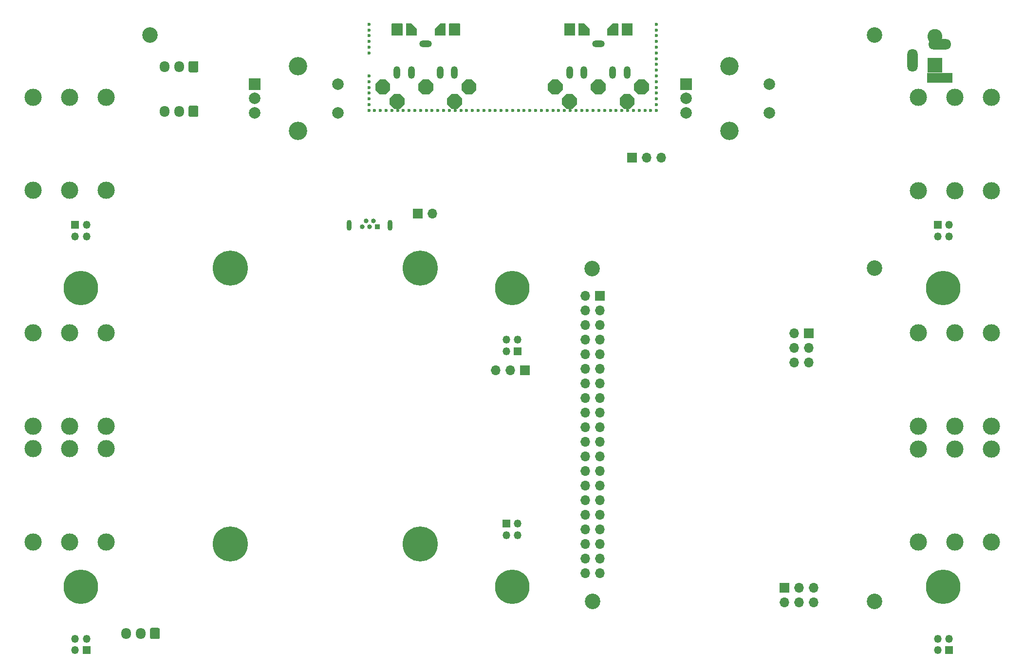
<source format=gbs>
G04 #@! TF.GenerationSoftware,KiCad,Pcbnew,7.0.8-7.0.8~ubuntu23.04.1*
G04 #@! TF.CreationDate,2023-10-19T21:47:08+00:00*
G04 #@! TF.ProjectId,pedalboard-hw,70656461-6c62-46f6-9172-642d68772e6b,3.0.0*
G04 #@! TF.SameCoordinates,Original*
G04 #@! TF.FileFunction,Soldermask,Bot*
G04 #@! TF.FilePolarity,Negative*
%FSLAX46Y46*%
G04 Gerber Fmt 4.6, Leading zero omitted, Abs format (unit mm)*
G04 Created by KiCad (PCBNEW 7.0.8-7.0.8~ubuntu23.04.1) date 2023-10-19 21:47:08*
%MOMM*%
%LPD*%
G01*
G04 APERTURE LIST*
%ADD10C,2.700000*%
%ADD11O,1.200000X2.200000*%
%ADD12O,2.200000X1.200000*%
%ADD13C,3.000000*%
%ADD14R,4.400000X1.800000*%
%ADD15O,4.000000X1.800000*%
%ADD16O,1.800000X4.000000*%
%ADD17R,2.600000X2.600000*%
%ADD18C,2.600000*%
%ADD19C,6.000000*%
%ADD20R,1.350000X1.350000*%
%ADD21O,1.350000X1.350000*%
%ADD22R,1.700000X1.700000*%
%ADD23O,1.700000X1.700000*%
%ADD24C,0.600000*%
%ADD25R,0.840000X0.840000*%
%ADD26C,0.840000*%
%ADD27O,0.850000X1.850000*%
%ADD28R,2.000000X2.000000*%
%ADD29C,2.000000*%
%ADD30C,3.200000*%
%ADD31C,6.100000*%
%ADD32O,1.700000X1.950000*%
G04 APERTURE END LIST*
D10*
X168000000Y-121500000D03*
D11*
X125000000Y-29500000D03*
X122500000Y-29500000D03*
D12*
X120000000Y-24500000D03*
D11*
X115000000Y-29500000D03*
X117500000Y-29500000D03*
D13*
X28050000Y-50000000D03*
X28050000Y-33770000D03*
X21700000Y-50000000D03*
X21700000Y-33770000D03*
X34400000Y-50000000D03*
X34400000Y-33770000D03*
X28050000Y-111200000D03*
X28050000Y-94970000D03*
X21700000Y-111200000D03*
X21700000Y-94970000D03*
X34400000Y-111200000D03*
X34400000Y-94970000D03*
D14*
X179400000Y-30400000D03*
D15*
X179400000Y-24600000D03*
D16*
X174600000Y-27400000D03*
D17*
X178500000Y-28210000D03*
D18*
X178500000Y-23210000D03*
D19*
X30000000Y-119000000D03*
D20*
X29000000Y-56000000D03*
D21*
X31000000Y-56000000D03*
X29000000Y-58000000D03*
X31000000Y-58000000D03*
D19*
X105000000Y-67000000D03*
X30000000Y-67000000D03*
D13*
X28050000Y-91000000D03*
X28050000Y-74770000D03*
X21700000Y-91000000D03*
X21700000Y-74770000D03*
X34400000Y-91000000D03*
X34400000Y-74770000D03*
X181950000Y-94995000D03*
X181950000Y-111225000D03*
X188300000Y-94995000D03*
X188300000Y-111225000D03*
X175600000Y-94995000D03*
X175600000Y-111225000D03*
D22*
X125860000Y-44300000D03*
D23*
X128400000Y-44300000D03*
X130940000Y-44300000D03*
D10*
X118980000Y-121520000D03*
D20*
X181000000Y-130000000D03*
D21*
X179000000Y-130000000D03*
X181000000Y-128000000D03*
X179000000Y-128000000D03*
D24*
X80100000Y-21075000D03*
X80100000Y-22075000D03*
X80100000Y-23075000D03*
X80100000Y-24075000D03*
X80100000Y-25075000D03*
X80100000Y-26075000D03*
X80100000Y-30075000D03*
X80100000Y-31075000D03*
X80100000Y-32075000D03*
X80100000Y-33075000D03*
X80100000Y-34075000D03*
X80100000Y-35075000D03*
X80100000Y-36075000D03*
X81100000Y-36075000D03*
X82100000Y-36075000D03*
X83100000Y-36075000D03*
X84100000Y-36075000D03*
X85100000Y-36075000D03*
X86100000Y-36075000D03*
X87100000Y-36075000D03*
X88100000Y-36075000D03*
X89100000Y-36075000D03*
X90100000Y-36075000D03*
X91100000Y-36075000D03*
X92100000Y-36075000D03*
X93100000Y-36075000D03*
X94100000Y-36075000D03*
X95100000Y-36075000D03*
X96100000Y-36075000D03*
X97100000Y-36075000D03*
X98100000Y-36075000D03*
X99100000Y-36075000D03*
X100100000Y-36075000D03*
X101100000Y-36075000D03*
X102100000Y-36075000D03*
X103100000Y-36075000D03*
X104100000Y-36075000D03*
X105100000Y-36075000D03*
X106100000Y-36075000D03*
X107100000Y-36075000D03*
X108100000Y-36075000D03*
X109100000Y-36075000D03*
X110100000Y-36075000D03*
X111100000Y-36075000D03*
X112100000Y-36075000D03*
X113100000Y-36075000D03*
X114100000Y-36075000D03*
X115100000Y-36075000D03*
X116100000Y-36075000D03*
X117100000Y-36075000D03*
X118100000Y-36075000D03*
X119100000Y-36075000D03*
X120100000Y-36075000D03*
X121100000Y-36075000D03*
X122100000Y-36075000D03*
X123100000Y-36075000D03*
X124100000Y-36075000D03*
X125100000Y-36075000D03*
X126100000Y-36075000D03*
X127100000Y-36075000D03*
X128100000Y-36075000D03*
X129100000Y-36075000D03*
X130100000Y-21075000D03*
X130100000Y-22075000D03*
X130100000Y-23075000D03*
X130100000Y-24075000D03*
X130100000Y-25075000D03*
X130100000Y-26075000D03*
X130100000Y-27075000D03*
X130100000Y-28075000D03*
X130100000Y-29075000D03*
X130100000Y-30075000D03*
X130100000Y-31075000D03*
X130100000Y-32075000D03*
X130100000Y-33075000D03*
X130100000Y-34075000D03*
X130100000Y-35075000D03*
X130100000Y-36075000D03*
D20*
X31000000Y-130000000D03*
D21*
X29000000Y-130000000D03*
X31000000Y-128000000D03*
X29000000Y-128000000D03*
D20*
X106000000Y-78000000D03*
D21*
X104000000Y-78000000D03*
X106000000Y-76000000D03*
X104000000Y-76000000D03*
D25*
X81540000Y-56290000D03*
D26*
X80890000Y-55290000D03*
X80240000Y-56290000D03*
X79590000Y-55290000D03*
X78940000Y-56290000D03*
D27*
X83815000Y-56070000D03*
X76665000Y-56070000D03*
D10*
X42000000Y-23000000D03*
D13*
X181965000Y-33800000D03*
X181965000Y-50030000D03*
X188315000Y-33800000D03*
X188315000Y-50030000D03*
X175615000Y-33800000D03*
X175615000Y-50030000D03*
D10*
X168000000Y-63500000D03*
G36*
X111946312Y-33285921D02*
G01*
X111214079Y-32553688D01*
X111199200Y-32517767D01*
X111199200Y-31482233D01*
X111214079Y-31446312D01*
X111946312Y-30714079D01*
X111982233Y-30699200D01*
X113017767Y-30699200D01*
X113053688Y-30714079D01*
X113785921Y-31446312D01*
X113800800Y-31482233D01*
X113800800Y-32517767D01*
X113785921Y-32553688D01*
X113053688Y-33285921D01*
X113017767Y-33300800D01*
X111982233Y-33300800D01*
X111946312Y-33285921D01*
G37*
G36*
X121285921Y-32553688D02*
G01*
X120553688Y-33285921D01*
X120517767Y-33300800D01*
X119482233Y-33300800D01*
X119446312Y-33285921D01*
X118714079Y-32553688D01*
X118699200Y-32517767D01*
X118699200Y-31482233D01*
X118714079Y-31446312D01*
X119446312Y-30714079D01*
X119482233Y-30699200D01*
X120517767Y-30699200D01*
X120553688Y-30714079D01*
X121285921Y-31446312D01*
X121300800Y-31482233D01*
X121300800Y-32517767D01*
X121285921Y-32553688D01*
G37*
G36*
X126946312Y-33285921D02*
G01*
X126214079Y-32553688D01*
X126199200Y-32517767D01*
X126199200Y-31482233D01*
X126214079Y-31446312D01*
X126946312Y-30714079D01*
X126982233Y-30699200D01*
X128017767Y-30699200D01*
X128053688Y-30714079D01*
X128785921Y-31446312D01*
X128800800Y-31482233D01*
X128800800Y-32517767D01*
X128785921Y-32553688D01*
X128053688Y-33285921D01*
X128017767Y-33300800D01*
X126982233Y-33300800D01*
X126946312Y-33285921D01*
G37*
G36*
X114446312Y-35785921D02*
G01*
X113714079Y-35053688D01*
X113699200Y-35017767D01*
X113699200Y-33982233D01*
X113714079Y-33946312D01*
X114446312Y-33214079D01*
X114482233Y-33199200D01*
X115517767Y-33199200D01*
X115553688Y-33214079D01*
X116285921Y-33946312D01*
X116300800Y-33982233D01*
X116300800Y-35017767D01*
X116285921Y-35053688D01*
X115553688Y-35785921D01*
X115517767Y-35800800D01*
X114482233Y-35800800D01*
X114446312Y-35785921D01*
G37*
G36*
X124446312Y-35785921D02*
G01*
X123714079Y-35053688D01*
X123699200Y-35017767D01*
X123699200Y-33982233D01*
X123714079Y-33946312D01*
X124446312Y-33214079D01*
X124482233Y-33199200D01*
X125517767Y-33199200D01*
X125553688Y-33214079D01*
X126285921Y-33946312D01*
X126300800Y-33982233D01*
X126300800Y-35017767D01*
X126285921Y-35053688D01*
X125553688Y-35785921D01*
X125517767Y-35800800D01*
X124482233Y-35800800D01*
X124446312Y-35785921D01*
G37*
G36*
X121564079Y-23035921D02*
G01*
X121549200Y-23000000D01*
X121549200Y-21900000D01*
X121564079Y-21864079D01*
X122464079Y-20964079D01*
X122500000Y-20949200D01*
X123400000Y-20949200D01*
X123435921Y-20964079D01*
X123450800Y-21000000D01*
X123450800Y-23000000D01*
X123435921Y-23035921D01*
X123400000Y-23050800D01*
X121600000Y-23050800D01*
X121564079Y-23035921D01*
G37*
G36*
G01*
X125950800Y-21000000D02*
X125950800Y-23000000D01*
G75*
G02*
X125900000Y-23050800I-50800J0D01*
G01*
X124100000Y-23050800D01*
G75*
G02*
X124049200Y-23000000I0J50800D01*
G01*
X124049200Y-21000000D01*
G75*
G02*
X124100000Y-20949200I50800J0D01*
G01*
X125900000Y-20949200D01*
G75*
G02*
X125950800Y-21000000I0J-50800D01*
G01*
G37*
G36*
G01*
X115950800Y-21000000D02*
X115950800Y-23000000D01*
G75*
G02*
X115900000Y-23050800I-50800J0D01*
G01*
X114100000Y-23050800D01*
G75*
G02*
X114049200Y-23000000I0J50800D01*
G01*
X114049200Y-21000000D01*
G75*
G02*
X114100000Y-20949200I50800J0D01*
G01*
X115900000Y-20949200D01*
G75*
G02*
X115950800Y-21000000I0J-50800D01*
G01*
G37*
G36*
X116564079Y-23035921D02*
G01*
X116549200Y-23000000D01*
X116549200Y-21000000D01*
X116564079Y-20964079D01*
X116600000Y-20949200D01*
X117500000Y-20949200D01*
X117535921Y-20964079D01*
X118435921Y-21864079D01*
X118450800Y-21900000D01*
X118450800Y-23000000D01*
X118435921Y-23035921D01*
X118400000Y-23050800D01*
X116600000Y-23050800D01*
X116564079Y-23035921D01*
G37*
D28*
X60250000Y-31500000D03*
D29*
X60250000Y-36500000D03*
X60250000Y-34000000D03*
D30*
X67750000Y-28400000D03*
X67750000Y-39600000D03*
D29*
X74750000Y-36500000D03*
X74750000Y-31500000D03*
D20*
X179000000Y-56000000D03*
D21*
X181000000Y-56000000D03*
X179000000Y-58000000D03*
X181000000Y-58000000D03*
D19*
X180000000Y-67000000D03*
D22*
X107225000Y-81300000D03*
D23*
X104685000Y-81300000D03*
X102145000Y-81300000D03*
D13*
X181950000Y-74780000D03*
X181950000Y-91010000D03*
X188300000Y-74780000D03*
X188300000Y-91010000D03*
X175600000Y-74780000D03*
X175600000Y-91010000D03*
D19*
X105000000Y-119000000D03*
D22*
X88600000Y-54000000D03*
D23*
X91140000Y-54000000D03*
D20*
X104000000Y-108000000D03*
D21*
X106000000Y-108000000D03*
X104000000Y-110000000D03*
X106000000Y-110000000D03*
D10*
X118900000Y-63565600D03*
D19*
X180000000Y-119000000D03*
D31*
X89000000Y-111500000D03*
X89000000Y-63500000D03*
X56000000Y-111500000D03*
X56000000Y-63500000D03*
D10*
X168000000Y-23000000D03*
D28*
X135250000Y-31500000D03*
D29*
X135250000Y-36500000D03*
X135250000Y-34000000D03*
D30*
X142750000Y-28400000D03*
X142750000Y-39600000D03*
D29*
X149750000Y-36500000D03*
X149750000Y-31500000D03*
G36*
X81946312Y-33285921D02*
G01*
X81214079Y-32553688D01*
X81199200Y-32517767D01*
X81199200Y-31482233D01*
X81214079Y-31446312D01*
X81946312Y-30714079D01*
X81982233Y-30699200D01*
X83017767Y-30699200D01*
X83053688Y-30714079D01*
X83785921Y-31446312D01*
X83800800Y-31482233D01*
X83800800Y-32517767D01*
X83785921Y-32553688D01*
X83053688Y-33285921D01*
X83017767Y-33300800D01*
X81982233Y-33300800D01*
X81946312Y-33285921D01*
G37*
G36*
X91285921Y-32553688D02*
G01*
X90553688Y-33285921D01*
X90517767Y-33300800D01*
X89482233Y-33300800D01*
X89446312Y-33285921D01*
X88714079Y-32553688D01*
X88699200Y-32517767D01*
X88699200Y-31482233D01*
X88714079Y-31446312D01*
X89446312Y-30714079D01*
X89482233Y-30699200D01*
X90517767Y-30699200D01*
X90553688Y-30714079D01*
X91285921Y-31446312D01*
X91300800Y-31482233D01*
X91300800Y-32517767D01*
X91285921Y-32553688D01*
G37*
G36*
X96946312Y-33285921D02*
G01*
X96214079Y-32553688D01*
X96199200Y-32517767D01*
X96199200Y-31482233D01*
X96214079Y-31446312D01*
X96946312Y-30714079D01*
X96982233Y-30699200D01*
X98017767Y-30699200D01*
X98053688Y-30714079D01*
X98785921Y-31446312D01*
X98800800Y-31482233D01*
X98800800Y-32517767D01*
X98785921Y-32553688D01*
X98053688Y-33285921D01*
X98017767Y-33300800D01*
X96982233Y-33300800D01*
X96946312Y-33285921D01*
G37*
G36*
X84446312Y-35785921D02*
G01*
X83714079Y-35053688D01*
X83699200Y-35017767D01*
X83699200Y-33982233D01*
X83714079Y-33946312D01*
X84446312Y-33214079D01*
X84482233Y-33199200D01*
X85517767Y-33199200D01*
X85553688Y-33214079D01*
X86285921Y-33946312D01*
X86300800Y-33982233D01*
X86300800Y-35017767D01*
X86285921Y-35053688D01*
X85553688Y-35785921D01*
X85517767Y-35800800D01*
X84482233Y-35800800D01*
X84446312Y-35785921D01*
G37*
G36*
X94446312Y-35785921D02*
G01*
X93714079Y-35053688D01*
X93699200Y-35017767D01*
X93699200Y-33982233D01*
X93714079Y-33946312D01*
X94446312Y-33214079D01*
X94482233Y-33199200D01*
X95517767Y-33199200D01*
X95553688Y-33214079D01*
X96285921Y-33946312D01*
X96300800Y-33982233D01*
X96300800Y-35017767D01*
X96285921Y-35053688D01*
X95553688Y-35785921D01*
X95517767Y-35800800D01*
X94482233Y-35800800D01*
X94446312Y-35785921D01*
G37*
G36*
X91564079Y-23035921D02*
G01*
X91549200Y-23000000D01*
X91549200Y-21900000D01*
X91564079Y-21864079D01*
X92464079Y-20964079D01*
X92500000Y-20949200D01*
X93400000Y-20949200D01*
X93435921Y-20964079D01*
X93450800Y-21000000D01*
X93450800Y-23000000D01*
X93435921Y-23035921D01*
X93400000Y-23050800D01*
X91600000Y-23050800D01*
X91564079Y-23035921D01*
G37*
G36*
G01*
X95950800Y-21000000D02*
X95950800Y-23000000D01*
G75*
G02*
X95900000Y-23050800I-50800J0D01*
G01*
X94100000Y-23050800D01*
G75*
G02*
X94049200Y-23000000I0J50800D01*
G01*
X94049200Y-21000000D01*
G75*
G02*
X94100000Y-20949200I50800J0D01*
G01*
X95900000Y-20949200D01*
G75*
G02*
X95950800Y-21000000I0J-50800D01*
G01*
G37*
G36*
G01*
X85950800Y-21000000D02*
X85950800Y-23000000D01*
G75*
G02*
X85900000Y-23050800I-50800J0D01*
G01*
X84100000Y-23050800D01*
G75*
G02*
X84049200Y-23000000I0J50800D01*
G01*
X84049200Y-21000000D01*
G75*
G02*
X84100000Y-20949200I50800J0D01*
G01*
X85900000Y-20949200D01*
G75*
G02*
X85950800Y-21000000I0J-50800D01*
G01*
G37*
G36*
X86564079Y-23035921D02*
G01*
X86549200Y-23000000D01*
X86549200Y-21000000D01*
X86564079Y-20964079D01*
X86600000Y-20949200D01*
X87500000Y-20949200D01*
X87535921Y-20964079D01*
X88435921Y-21864079D01*
X88450800Y-21900000D01*
X88450800Y-23000000D01*
X88435921Y-23035921D01*
X88400000Y-23050800D01*
X86600000Y-23050800D01*
X86564079Y-23035921D01*
G37*
D11*
X94994500Y-29500000D03*
X92494500Y-29500000D03*
D12*
X89994500Y-24500000D03*
D11*
X84994500Y-29500000D03*
X87494500Y-29500000D03*
G36*
G01*
X50450000Y-27750000D02*
X50450000Y-29200000D01*
G75*
G02*
X50200000Y-29450000I-250000J0D01*
G01*
X49000000Y-29450000D01*
G75*
G02*
X48750000Y-29200000I0J250000D01*
G01*
X48750000Y-27750000D01*
G75*
G02*
X49000000Y-27500000I250000J0D01*
G01*
X50200000Y-27500000D01*
G75*
G02*
X50450000Y-27750000I0J-250000D01*
G01*
G37*
D32*
X47100000Y-28475000D03*
X44600000Y-28475000D03*
G36*
G01*
X43750000Y-126375000D02*
X43750000Y-127825000D01*
G75*
G02*
X43500000Y-128075000I-250000J0D01*
G01*
X42300000Y-128075000D01*
G75*
G02*
X42050000Y-127825000I0J250000D01*
G01*
X42050000Y-126375000D01*
G75*
G02*
X42300000Y-126125000I250000J0D01*
G01*
X43500000Y-126125000D01*
G75*
G02*
X43750000Y-126375000I0J-250000D01*
G01*
G37*
X40400000Y-127100000D03*
X37900000Y-127100000D03*
D22*
X120250000Y-68375600D03*
D23*
X117710000Y-68375600D03*
X120250000Y-70915600D03*
X117710000Y-70915600D03*
X120250000Y-73455600D03*
X117710000Y-73455600D03*
X120250000Y-75995600D03*
X117710000Y-75995600D03*
X120250000Y-78535600D03*
X117710000Y-78535600D03*
X120250000Y-81075600D03*
X117710000Y-81075600D03*
X120250000Y-83615600D03*
X117710000Y-83615600D03*
X120250000Y-86155600D03*
X117710000Y-86155600D03*
X120250000Y-88695600D03*
X117710000Y-88695600D03*
X120250000Y-91235600D03*
X117710000Y-91235600D03*
X120250000Y-93775600D03*
X117710000Y-93775600D03*
X120250000Y-96315600D03*
X117710000Y-96315600D03*
X120250000Y-98855600D03*
X117710000Y-98855600D03*
X120250000Y-101395600D03*
X117710000Y-101395600D03*
X120250000Y-103935600D03*
X117710000Y-103935600D03*
X120250000Y-106475600D03*
X117710000Y-106475600D03*
X120250000Y-109015600D03*
X117710000Y-109015600D03*
X120250000Y-111555600D03*
X117710000Y-111555600D03*
X120250000Y-114095600D03*
X117710000Y-114095600D03*
X120250000Y-116635600D03*
X117710000Y-116635600D03*
D22*
X156555000Y-74845600D03*
D23*
X154015000Y-74845600D03*
X156555000Y-77385600D03*
X154015000Y-77385600D03*
X156555000Y-79925600D03*
X154015000Y-79925600D03*
D22*
X152380000Y-119150600D03*
D23*
X152380000Y-121690600D03*
X154920000Y-119150600D03*
X154920000Y-121690600D03*
X157460000Y-119150600D03*
X157460000Y-121690600D03*
G36*
G01*
X50450000Y-35500000D02*
X50450000Y-36950000D01*
G75*
G02*
X50200000Y-37200000I-250000J0D01*
G01*
X49000000Y-37200000D01*
G75*
G02*
X48750000Y-36950000I0J250000D01*
G01*
X48750000Y-35500000D01*
G75*
G02*
X49000000Y-35250000I250000J0D01*
G01*
X50200000Y-35250000D01*
G75*
G02*
X50450000Y-35500000I0J-250000D01*
G01*
G37*
D32*
X47100000Y-36225000D03*
X44600000Y-36225000D03*
M02*

</source>
